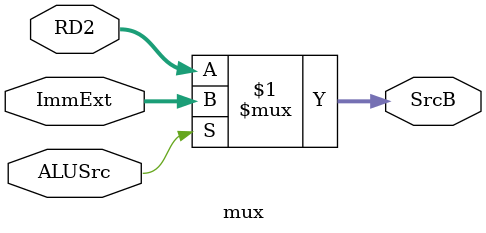
<source format=sv>
module mux #
(
     parameter WIDTH = 8
)(
     input logic [WIDTH-1:0]  RD2,
     input logic [WIDTH-1:0]  ImmExt,
     input logic              ALUSrc,
     output logic [WIDTH-1:0] SrcB
);
     assign SrcB = ALUSrc ?  ImmExt : RD2;
endmodule

</source>
